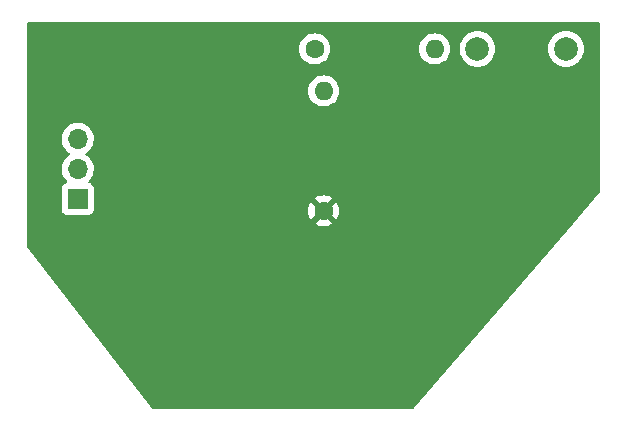
<source format=gbr>
%TF.GenerationSoftware,KiCad,Pcbnew,(6.0.10)*%
%TF.CreationDate,2023-03-20T11:55:26+01:00*%
%TF.ProjectId,616_buffer,3631365f-6275-4666-9665-722e6b696361,rev?*%
%TF.SameCoordinates,Original*%
%TF.FileFunction,Copper,L2,Bot*%
%TF.FilePolarity,Positive*%
%FSLAX46Y46*%
G04 Gerber Fmt 4.6, Leading zero omitted, Abs format (unit mm)*
G04 Created by KiCad (PCBNEW (6.0.10)) date 2023-03-20 11:55:26*
%MOMM*%
%LPD*%
G01*
G04 APERTURE LIST*
%TA.AperFunction,ComponentPad*%
%ADD10C,1.600000*%
%TD*%
%TA.AperFunction,ComponentPad*%
%ADD11O,1.600000X1.600000*%
%TD*%
%TA.AperFunction,ComponentPad*%
%ADD12R,1.700000X1.700000*%
%TD*%
%TA.AperFunction,ComponentPad*%
%ADD13O,1.700000X1.700000*%
%TD*%
%TA.AperFunction,ComponentPad*%
%ADD14C,2.000000*%
%TD*%
G04 APERTURE END LIST*
D10*
%TO.P,R3,1*%
%TO.N,Net-(R3-Pad1)*%
X134874000Y-109220000D03*
D11*
%TO.P,R3,2*%
%TO.N,Net-(C5-Pad2)*%
X145034000Y-109220000D03*
%TD*%
D10*
%TO.P,R5,1*%
%TO.N,/C*%
X135636000Y-122936000D03*
D11*
%TO.P,R5,2*%
%TO.N,Net-(C5-Pad2)*%
X135636000Y-112776000D03*
%TD*%
D12*
%TO.P,J1,1,Pin_1*%
%TO.N,Net-(R3-Pad1)*%
X114808000Y-121920000D03*
D13*
%TO.P,J1,2,Pin_2*%
%TO.N,Net-(C6-Pad2)*%
X114808000Y-119380000D03*
%TO.P,J1,3,Pin_3*%
%TO.N,Net-(C7-Pad1)*%
X114808000Y-116840000D03*
%TD*%
D14*
%TO.P,C5,1*%
%TO.N,Net-(C5-Pad1)*%
X156150000Y-109220000D03*
%TO.P,C5,2*%
%TO.N,Net-(C5-Pad2)*%
X148650000Y-109220000D03*
%TD*%
%TA.AperFunction,Conductor*%
%TO.N,/C*%
G36*
X158946121Y-106954002D02*
G01*
X158992614Y-107007658D01*
X159004000Y-107060000D01*
X159004000Y-121365226D01*
X158983998Y-121433347D01*
X158973480Y-121447442D01*
X156715226Y-124069931D01*
X143293701Y-139656218D01*
X143234094Y-139694786D01*
X143198222Y-139700000D01*
X121210190Y-139700000D01*
X121142069Y-139679998D01*
X121121095Y-139663095D01*
X120909670Y-139451670D01*
X120899104Y-139439671D01*
X110516339Y-126018048D01*
X110490479Y-125951929D01*
X110490000Y-125940952D01*
X110490000Y-124022062D01*
X134914493Y-124022062D01*
X134923789Y-124034077D01*
X134974994Y-124069931D01*
X134984489Y-124075414D01*
X135181947Y-124167490D01*
X135192239Y-124171236D01*
X135402688Y-124227625D01*
X135413481Y-124229528D01*
X135630525Y-124248517D01*
X135641475Y-124248517D01*
X135858519Y-124229528D01*
X135869312Y-124227625D01*
X136079761Y-124171236D01*
X136090053Y-124167490D01*
X136287511Y-124075414D01*
X136297006Y-124069931D01*
X136349048Y-124033491D01*
X136357424Y-124023012D01*
X136350356Y-124009566D01*
X135648812Y-123308022D01*
X135634868Y-123300408D01*
X135633035Y-123300539D01*
X135626420Y-123304790D01*
X134920923Y-124010287D01*
X134914493Y-124022062D01*
X110490000Y-124022062D01*
X110490000Y-119346695D01*
X113445251Y-119346695D01*
X113445548Y-119351848D01*
X113445548Y-119351851D01*
X113451011Y-119446590D01*
X113458110Y-119569715D01*
X113459247Y-119574761D01*
X113459248Y-119574767D01*
X113479119Y-119662939D01*
X113507222Y-119787639D01*
X113591266Y-119994616D01*
X113707987Y-120185088D01*
X113854250Y-120353938D01*
X113858230Y-120357242D01*
X113862981Y-120361187D01*
X113902616Y-120420090D01*
X113904113Y-120491071D01*
X113866997Y-120551593D01*
X113826724Y-120576112D01*
X113711295Y-120619385D01*
X113594739Y-120706739D01*
X113507385Y-120823295D01*
X113456255Y-120959684D01*
X113449500Y-121021866D01*
X113449500Y-122818134D01*
X113456255Y-122880316D01*
X113507385Y-123016705D01*
X113594739Y-123133261D01*
X113711295Y-123220615D01*
X113847684Y-123271745D01*
X113909866Y-123278500D01*
X115706134Y-123278500D01*
X115768316Y-123271745D01*
X115904705Y-123220615D01*
X116021261Y-123133261D01*
X116108615Y-123016705D01*
X116136817Y-122941475D01*
X134323483Y-122941475D01*
X134342472Y-123158519D01*
X134344375Y-123169312D01*
X134400764Y-123379761D01*
X134404510Y-123390053D01*
X134496586Y-123587511D01*
X134502069Y-123597006D01*
X134538509Y-123649048D01*
X134548988Y-123657424D01*
X134562434Y-123650356D01*
X135263978Y-122948812D01*
X135270356Y-122937132D01*
X136000408Y-122937132D01*
X136000539Y-122938965D01*
X136004790Y-122945580D01*
X136710287Y-123651077D01*
X136722062Y-123657507D01*
X136734077Y-123648211D01*
X136769931Y-123597006D01*
X136775414Y-123587511D01*
X136867490Y-123390053D01*
X136871236Y-123379761D01*
X136927625Y-123169312D01*
X136929528Y-123158519D01*
X136948517Y-122941475D01*
X136948517Y-122930525D01*
X136929528Y-122713481D01*
X136927625Y-122702688D01*
X136871236Y-122492239D01*
X136867490Y-122481947D01*
X136775414Y-122284489D01*
X136769931Y-122274994D01*
X136733491Y-122222952D01*
X136723012Y-122214576D01*
X136709566Y-122221644D01*
X136008022Y-122923188D01*
X136000408Y-122937132D01*
X135270356Y-122937132D01*
X135271592Y-122934868D01*
X135271461Y-122933035D01*
X135267210Y-122926420D01*
X134561713Y-122220923D01*
X134549938Y-122214493D01*
X134537923Y-122223789D01*
X134502069Y-122274994D01*
X134496586Y-122284489D01*
X134404510Y-122481947D01*
X134400764Y-122492239D01*
X134344375Y-122702688D01*
X134342472Y-122713481D01*
X134323483Y-122930525D01*
X134323483Y-122941475D01*
X116136817Y-122941475D01*
X116159745Y-122880316D01*
X116166500Y-122818134D01*
X116166500Y-121848988D01*
X134914576Y-121848988D01*
X134921644Y-121862434D01*
X135623188Y-122563978D01*
X135637132Y-122571592D01*
X135638965Y-122571461D01*
X135645580Y-122567210D01*
X136351077Y-121861713D01*
X136357507Y-121849938D01*
X136348211Y-121837923D01*
X136297006Y-121802069D01*
X136287511Y-121796586D01*
X136090053Y-121704510D01*
X136079761Y-121700764D01*
X135869312Y-121644375D01*
X135858519Y-121642472D01*
X135641475Y-121623483D01*
X135630525Y-121623483D01*
X135413481Y-121642472D01*
X135402688Y-121644375D01*
X135192239Y-121700764D01*
X135181947Y-121704510D01*
X134984489Y-121796586D01*
X134974994Y-121802069D01*
X134922952Y-121838509D01*
X134914576Y-121848988D01*
X116166500Y-121848988D01*
X116166500Y-121021866D01*
X116159745Y-120959684D01*
X116108615Y-120823295D01*
X116021261Y-120706739D01*
X115904705Y-120619385D01*
X115892132Y-120614672D01*
X115786203Y-120574960D01*
X115729439Y-120532318D01*
X115704739Y-120465756D01*
X115719947Y-120396408D01*
X115741493Y-120367727D01*
X115842435Y-120267137D01*
X115846096Y-120263489D01*
X115905594Y-120180689D01*
X115973435Y-120086277D01*
X115976453Y-120082077D01*
X116075430Y-119881811D01*
X116140370Y-119668069D01*
X116169529Y-119446590D01*
X116171156Y-119380000D01*
X116152852Y-119157361D01*
X116098431Y-118940702D01*
X116009354Y-118735840D01*
X115888014Y-118548277D01*
X115737670Y-118383051D01*
X115733619Y-118379852D01*
X115733615Y-118379848D01*
X115566414Y-118247800D01*
X115566410Y-118247798D01*
X115562359Y-118244598D01*
X115521053Y-118221796D01*
X115471084Y-118171364D01*
X115456312Y-118101921D01*
X115481428Y-118035516D01*
X115508780Y-118008909D01*
X115552603Y-117977650D01*
X115687860Y-117881173D01*
X115846096Y-117723489D01*
X115905594Y-117640689D01*
X115973435Y-117546277D01*
X115976453Y-117542077D01*
X116075430Y-117341811D01*
X116140370Y-117128069D01*
X116169529Y-116906590D01*
X116171156Y-116840000D01*
X116152852Y-116617361D01*
X116098431Y-116400702D01*
X116009354Y-116195840D01*
X115888014Y-116008277D01*
X115737670Y-115843051D01*
X115733619Y-115839852D01*
X115733615Y-115839848D01*
X115566414Y-115707800D01*
X115566410Y-115707798D01*
X115562359Y-115704598D01*
X115366789Y-115596638D01*
X115361920Y-115594914D01*
X115361916Y-115594912D01*
X115161087Y-115523795D01*
X115161083Y-115523794D01*
X115156212Y-115522069D01*
X115151119Y-115521162D01*
X115151116Y-115521161D01*
X114941373Y-115483800D01*
X114941367Y-115483799D01*
X114936284Y-115482894D01*
X114862452Y-115481992D01*
X114718081Y-115480228D01*
X114718079Y-115480228D01*
X114712911Y-115480165D01*
X114492091Y-115513955D01*
X114279756Y-115583357D01*
X114081607Y-115686507D01*
X114077474Y-115689610D01*
X114077471Y-115689612D01*
X114053247Y-115707800D01*
X113902965Y-115820635D01*
X113748629Y-115982138D01*
X113622743Y-116166680D01*
X113528688Y-116369305D01*
X113468989Y-116584570D01*
X113445251Y-116806695D01*
X113445548Y-116811848D01*
X113445548Y-116811851D01*
X113451011Y-116906590D01*
X113458110Y-117029715D01*
X113459247Y-117034761D01*
X113459248Y-117034767D01*
X113479119Y-117122939D01*
X113507222Y-117247639D01*
X113591266Y-117454616D01*
X113707987Y-117645088D01*
X113854250Y-117813938D01*
X114026126Y-117956632D01*
X114096595Y-117997811D01*
X114099445Y-117999476D01*
X114148169Y-118051114D01*
X114161240Y-118120897D01*
X114134509Y-118186669D01*
X114094055Y-118220027D01*
X114081607Y-118226507D01*
X114077474Y-118229610D01*
X114077471Y-118229612D01*
X114053247Y-118247800D01*
X113902965Y-118360635D01*
X113748629Y-118522138D01*
X113622743Y-118706680D01*
X113528688Y-118909305D01*
X113468989Y-119124570D01*
X113445251Y-119346695D01*
X110490000Y-119346695D01*
X110490000Y-112776000D01*
X134322502Y-112776000D01*
X134342457Y-113004087D01*
X134401716Y-113225243D01*
X134404039Y-113230224D01*
X134404039Y-113230225D01*
X134496151Y-113427762D01*
X134496154Y-113427767D01*
X134498477Y-113432749D01*
X134629802Y-113620300D01*
X134791700Y-113782198D01*
X134796208Y-113785355D01*
X134796211Y-113785357D01*
X134874389Y-113840098D01*
X134979251Y-113913523D01*
X134984233Y-113915846D01*
X134984238Y-113915849D01*
X135181775Y-114007961D01*
X135186757Y-114010284D01*
X135192065Y-114011706D01*
X135192067Y-114011707D01*
X135402598Y-114068119D01*
X135402600Y-114068119D01*
X135407913Y-114069543D01*
X135636000Y-114089498D01*
X135864087Y-114069543D01*
X135869400Y-114068119D01*
X135869402Y-114068119D01*
X136079933Y-114011707D01*
X136079935Y-114011706D01*
X136085243Y-114010284D01*
X136090225Y-114007961D01*
X136287762Y-113915849D01*
X136287767Y-113915846D01*
X136292749Y-113913523D01*
X136397611Y-113840098D01*
X136475789Y-113785357D01*
X136475792Y-113785355D01*
X136480300Y-113782198D01*
X136642198Y-113620300D01*
X136773523Y-113432749D01*
X136775846Y-113427767D01*
X136775849Y-113427762D01*
X136867961Y-113230225D01*
X136867961Y-113230224D01*
X136870284Y-113225243D01*
X136929543Y-113004087D01*
X136949498Y-112776000D01*
X136929543Y-112547913D01*
X136870284Y-112326757D01*
X136867961Y-112321775D01*
X136775849Y-112124238D01*
X136775846Y-112124233D01*
X136773523Y-112119251D01*
X136642198Y-111931700D01*
X136480300Y-111769802D01*
X136475792Y-111766645D01*
X136475789Y-111766643D01*
X136397611Y-111711902D01*
X136292749Y-111638477D01*
X136287767Y-111636154D01*
X136287762Y-111636151D01*
X136090225Y-111544039D01*
X136090224Y-111544039D01*
X136085243Y-111541716D01*
X136079935Y-111540294D01*
X136079933Y-111540293D01*
X135869402Y-111483881D01*
X135869400Y-111483881D01*
X135864087Y-111482457D01*
X135636000Y-111462502D01*
X135407913Y-111482457D01*
X135402600Y-111483881D01*
X135402598Y-111483881D01*
X135192067Y-111540293D01*
X135192065Y-111540294D01*
X135186757Y-111541716D01*
X135181776Y-111544039D01*
X135181775Y-111544039D01*
X134984238Y-111636151D01*
X134984233Y-111636154D01*
X134979251Y-111638477D01*
X134874389Y-111711902D01*
X134796211Y-111766643D01*
X134796208Y-111766645D01*
X134791700Y-111769802D01*
X134629802Y-111931700D01*
X134498477Y-112119251D01*
X134496154Y-112124233D01*
X134496151Y-112124238D01*
X134404039Y-112321775D01*
X134401716Y-112326757D01*
X134342457Y-112547913D01*
X134322502Y-112776000D01*
X110490000Y-112776000D01*
X110490000Y-109220000D01*
X133560502Y-109220000D01*
X133580457Y-109448087D01*
X133639716Y-109669243D01*
X133642039Y-109674224D01*
X133642039Y-109674225D01*
X133734151Y-109871762D01*
X133734154Y-109871767D01*
X133736477Y-109876749D01*
X133867802Y-110064300D01*
X134029700Y-110226198D01*
X134034208Y-110229355D01*
X134034211Y-110229357D01*
X134112389Y-110284098D01*
X134217251Y-110357523D01*
X134222233Y-110359846D01*
X134222238Y-110359849D01*
X134396194Y-110440965D01*
X134424757Y-110454284D01*
X134430065Y-110455706D01*
X134430067Y-110455707D01*
X134640598Y-110512119D01*
X134640600Y-110512119D01*
X134645913Y-110513543D01*
X134874000Y-110533498D01*
X135102087Y-110513543D01*
X135107400Y-110512119D01*
X135107402Y-110512119D01*
X135317933Y-110455707D01*
X135317935Y-110455706D01*
X135323243Y-110454284D01*
X135351806Y-110440965D01*
X135525762Y-110359849D01*
X135525767Y-110359846D01*
X135530749Y-110357523D01*
X135635611Y-110284098D01*
X135713789Y-110229357D01*
X135713792Y-110229355D01*
X135718300Y-110226198D01*
X135880198Y-110064300D01*
X136011523Y-109876749D01*
X136013846Y-109871767D01*
X136013849Y-109871762D01*
X136105961Y-109674225D01*
X136105961Y-109674224D01*
X136108284Y-109669243D01*
X136167543Y-109448087D01*
X136187498Y-109220000D01*
X143720502Y-109220000D01*
X143740457Y-109448087D01*
X143799716Y-109669243D01*
X143802039Y-109674224D01*
X143802039Y-109674225D01*
X143894151Y-109871762D01*
X143894154Y-109871767D01*
X143896477Y-109876749D01*
X144027802Y-110064300D01*
X144189700Y-110226198D01*
X144194208Y-110229355D01*
X144194211Y-110229357D01*
X144272389Y-110284098D01*
X144377251Y-110357523D01*
X144382233Y-110359846D01*
X144382238Y-110359849D01*
X144556194Y-110440965D01*
X144584757Y-110454284D01*
X144590065Y-110455706D01*
X144590067Y-110455707D01*
X144800598Y-110512119D01*
X144800600Y-110512119D01*
X144805913Y-110513543D01*
X145034000Y-110533498D01*
X145262087Y-110513543D01*
X145267400Y-110512119D01*
X145267402Y-110512119D01*
X145477933Y-110455707D01*
X145477935Y-110455706D01*
X145483243Y-110454284D01*
X145511806Y-110440965D01*
X145685762Y-110359849D01*
X145685767Y-110359846D01*
X145690749Y-110357523D01*
X145795611Y-110284098D01*
X145873789Y-110229357D01*
X145873792Y-110229355D01*
X145878300Y-110226198D01*
X146040198Y-110064300D01*
X146171523Y-109876749D01*
X146173846Y-109871767D01*
X146173849Y-109871762D01*
X146265961Y-109674225D01*
X146265961Y-109674224D01*
X146268284Y-109669243D01*
X146327543Y-109448087D01*
X146347498Y-109220000D01*
X147136835Y-109220000D01*
X147155465Y-109456711D01*
X147210895Y-109687594D01*
X147301760Y-109906963D01*
X147304346Y-109911183D01*
X147423241Y-110105202D01*
X147423245Y-110105208D01*
X147425824Y-110109416D01*
X147580031Y-110289969D01*
X147760584Y-110444176D01*
X147764792Y-110446755D01*
X147764798Y-110446759D01*
X147958817Y-110565654D01*
X147963037Y-110568240D01*
X147967607Y-110570133D01*
X147967611Y-110570135D01*
X148177833Y-110657211D01*
X148182406Y-110659105D01*
X148262609Y-110678360D01*
X148408476Y-110713380D01*
X148408482Y-110713381D01*
X148413289Y-110714535D01*
X148650000Y-110733165D01*
X148886711Y-110714535D01*
X148891518Y-110713381D01*
X148891524Y-110713380D01*
X149037391Y-110678360D01*
X149117594Y-110659105D01*
X149122167Y-110657211D01*
X149332389Y-110570135D01*
X149332393Y-110570133D01*
X149336963Y-110568240D01*
X149341183Y-110565654D01*
X149535202Y-110446759D01*
X149535208Y-110446755D01*
X149539416Y-110444176D01*
X149719969Y-110289969D01*
X149874176Y-110109416D01*
X149876755Y-110105208D01*
X149876759Y-110105202D01*
X149995654Y-109911183D01*
X149998240Y-109906963D01*
X150089105Y-109687594D01*
X150144535Y-109456711D01*
X150163165Y-109220000D01*
X154636835Y-109220000D01*
X154655465Y-109456711D01*
X154710895Y-109687594D01*
X154801760Y-109906963D01*
X154804346Y-109911183D01*
X154923241Y-110105202D01*
X154923245Y-110105208D01*
X154925824Y-110109416D01*
X155080031Y-110289969D01*
X155260584Y-110444176D01*
X155264792Y-110446755D01*
X155264798Y-110446759D01*
X155458817Y-110565654D01*
X155463037Y-110568240D01*
X155467607Y-110570133D01*
X155467611Y-110570135D01*
X155677833Y-110657211D01*
X155682406Y-110659105D01*
X155762609Y-110678360D01*
X155908476Y-110713380D01*
X155908482Y-110713381D01*
X155913289Y-110714535D01*
X156150000Y-110733165D01*
X156386711Y-110714535D01*
X156391518Y-110713381D01*
X156391524Y-110713380D01*
X156537391Y-110678360D01*
X156617594Y-110659105D01*
X156622167Y-110657211D01*
X156832389Y-110570135D01*
X156832393Y-110570133D01*
X156836963Y-110568240D01*
X156841183Y-110565654D01*
X157035202Y-110446759D01*
X157035208Y-110446755D01*
X157039416Y-110444176D01*
X157219969Y-110289969D01*
X157374176Y-110109416D01*
X157376755Y-110105208D01*
X157376759Y-110105202D01*
X157495654Y-109911183D01*
X157498240Y-109906963D01*
X157589105Y-109687594D01*
X157644535Y-109456711D01*
X157663165Y-109220000D01*
X157644535Y-108983289D01*
X157589105Y-108752406D01*
X157498240Y-108533037D01*
X157404588Y-108380211D01*
X157376759Y-108334798D01*
X157376755Y-108334792D01*
X157374176Y-108330584D01*
X157219969Y-108150031D01*
X157039416Y-107995824D01*
X157035208Y-107993245D01*
X157035202Y-107993241D01*
X156841183Y-107874346D01*
X156836963Y-107871760D01*
X156832393Y-107869867D01*
X156832389Y-107869865D01*
X156622167Y-107782789D01*
X156622165Y-107782788D01*
X156617594Y-107780895D01*
X156537391Y-107761640D01*
X156391524Y-107726620D01*
X156391518Y-107726619D01*
X156386711Y-107725465D01*
X156150000Y-107706835D01*
X155913289Y-107725465D01*
X155908482Y-107726619D01*
X155908476Y-107726620D01*
X155762609Y-107761640D01*
X155682406Y-107780895D01*
X155677835Y-107782788D01*
X155677833Y-107782789D01*
X155467611Y-107869865D01*
X155467607Y-107869867D01*
X155463037Y-107871760D01*
X155458817Y-107874346D01*
X155264798Y-107993241D01*
X155264792Y-107993245D01*
X155260584Y-107995824D01*
X155080031Y-108150031D01*
X154925824Y-108330584D01*
X154923245Y-108334792D01*
X154923241Y-108334798D01*
X154895412Y-108380211D01*
X154801760Y-108533037D01*
X154710895Y-108752406D01*
X154655465Y-108983289D01*
X154636835Y-109220000D01*
X150163165Y-109220000D01*
X150144535Y-108983289D01*
X150089105Y-108752406D01*
X149998240Y-108533037D01*
X149904588Y-108380211D01*
X149876759Y-108334798D01*
X149876755Y-108334792D01*
X149874176Y-108330584D01*
X149719969Y-108150031D01*
X149539416Y-107995824D01*
X149535208Y-107993245D01*
X149535202Y-107993241D01*
X149341183Y-107874346D01*
X149336963Y-107871760D01*
X149332393Y-107869867D01*
X149332389Y-107869865D01*
X149122167Y-107782789D01*
X149122165Y-107782788D01*
X149117594Y-107780895D01*
X149037391Y-107761640D01*
X148891524Y-107726620D01*
X148891518Y-107726619D01*
X148886711Y-107725465D01*
X148650000Y-107706835D01*
X148413289Y-107725465D01*
X148408482Y-107726619D01*
X148408476Y-107726620D01*
X148262609Y-107761640D01*
X148182406Y-107780895D01*
X148177835Y-107782788D01*
X148177833Y-107782789D01*
X147967611Y-107869865D01*
X147967607Y-107869867D01*
X147963037Y-107871760D01*
X147958817Y-107874346D01*
X147764798Y-107993241D01*
X147764792Y-107993245D01*
X147760584Y-107995824D01*
X147580031Y-108150031D01*
X147425824Y-108330584D01*
X147423245Y-108334792D01*
X147423241Y-108334798D01*
X147395412Y-108380211D01*
X147301760Y-108533037D01*
X147210895Y-108752406D01*
X147155465Y-108983289D01*
X147136835Y-109220000D01*
X146347498Y-109220000D01*
X146327543Y-108991913D01*
X146268284Y-108770757D01*
X146259727Y-108752406D01*
X146173849Y-108568238D01*
X146173846Y-108568233D01*
X146171523Y-108563251D01*
X146040198Y-108375700D01*
X145878300Y-108213802D01*
X145873792Y-108210645D01*
X145873789Y-108210643D01*
X145782644Y-108146823D01*
X145690749Y-108082477D01*
X145685767Y-108080154D01*
X145685762Y-108080151D01*
X145488225Y-107988039D01*
X145488224Y-107988039D01*
X145483243Y-107985716D01*
X145477935Y-107984294D01*
X145477933Y-107984293D01*
X145267402Y-107927881D01*
X145267400Y-107927881D01*
X145262087Y-107926457D01*
X145034000Y-107906502D01*
X144805913Y-107926457D01*
X144800600Y-107927881D01*
X144800598Y-107927881D01*
X144590067Y-107984293D01*
X144590065Y-107984294D01*
X144584757Y-107985716D01*
X144579776Y-107988039D01*
X144579775Y-107988039D01*
X144382238Y-108080151D01*
X144382233Y-108080154D01*
X144377251Y-108082477D01*
X144285356Y-108146823D01*
X144194211Y-108210643D01*
X144194208Y-108210645D01*
X144189700Y-108213802D01*
X144027802Y-108375700D01*
X143896477Y-108563251D01*
X143894154Y-108568233D01*
X143894151Y-108568238D01*
X143808273Y-108752406D01*
X143799716Y-108770757D01*
X143740457Y-108991913D01*
X143720502Y-109220000D01*
X136187498Y-109220000D01*
X136167543Y-108991913D01*
X136108284Y-108770757D01*
X136099727Y-108752406D01*
X136013849Y-108568238D01*
X136013846Y-108568233D01*
X136011523Y-108563251D01*
X135880198Y-108375700D01*
X135718300Y-108213802D01*
X135713792Y-108210645D01*
X135713789Y-108210643D01*
X135622644Y-108146823D01*
X135530749Y-108082477D01*
X135525767Y-108080154D01*
X135525762Y-108080151D01*
X135328225Y-107988039D01*
X135328224Y-107988039D01*
X135323243Y-107985716D01*
X135317935Y-107984294D01*
X135317933Y-107984293D01*
X135107402Y-107927881D01*
X135107400Y-107927881D01*
X135102087Y-107926457D01*
X134874000Y-107906502D01*
X134645913Y-107926457D01*
X134640600Y-107927881D01*
X134640598Y-107927881D01*
X134430067Y-107984293D01*
X134430065Y-107984294D01*
X134424757Y-107985716D01*
X134419776Y-107988039D01*
X134419775Y-107988039D01*
X134222238Y-108080151D01*
X134222233Y-108080154D01*
X134217251Y-108082477D01*
X134125356Y-108146823D01*
X134034211Y-108210643D01*
X134034208Y-108210645D01*
X134029700Y-108213802D01*
X133867802Y-108375700D01*
X133736477Y-108563251D01*
X133734154Y-108568233D01*
X133734151Y-108568238D01*
X133648273Y-108752406D01*
X133639716Y-108770757D01*
X133580457Y-108991913D01*
X133560502Y-109220000D01*
X110490000Y-109220000D01*
X110490000Y-107060000D01*
X110510002Y-106991879D01*
X110563658Y-106945386D01*
X110616000Y-106934000D01*
X158878000Y-106934000D01*
X158946121Y-106954002D01*
G37*
%TD.AperFunction*%
%TD*%
M02*

</source>
